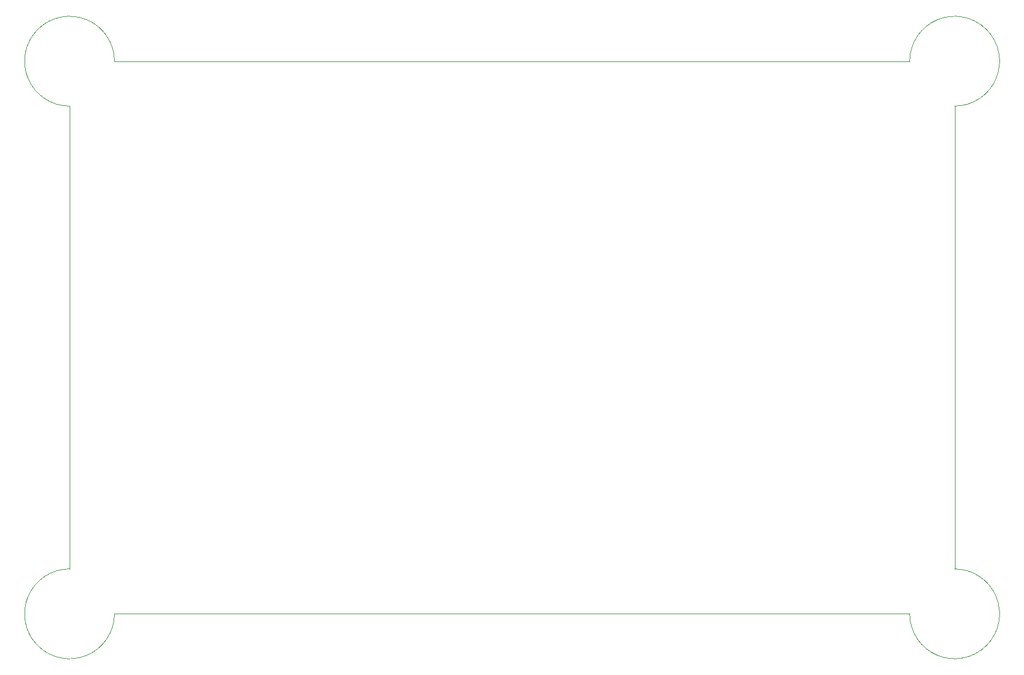
<source format=gbr>
%TF.GenerationSoftware,KiCad,Pcbnew,8.0.1-8.0.1-1~ubuntu22.04.1*%
%TF.CreationDate,2024-05-13T22:21:20+02:00*%
%TF.ProjectId,elec,656c6563-2e6b-4696-9361-645f70636258,v1*%
%TF.SameCoordinates,Original*%
%TF.FileFunction,Profile,NP*%
%FSLAX46Y46*%
G04 Gerber Fmt 4.6, Leading zero omitted, Abs format (unit mm)*
G04 Created by KiCad (PCBNEW 8.0.1-8.0.1-1~ubuntu22.04.1) date 2024-05-13 22:21:20*
%MOMM*%
%LPD*%
G01*
G04 APERTURE LIST*
%TA.AperFunction,Profile*%
%ADD10C,0.050000*%
%TD*%
G04 APERTURE END LIST*
D10*
X151000000Y-28500000D02*
X151000000Y-95500000D01*
X144500000Y-102000000D02*
X29500000Y-102000000D01*
X23000000Y-28500000D02*
G75*
G02*
X29500000Y-22000000I0J6500000D01*
G01*
X29500000Y-102000000D02*
G75*
G02*
X23000000Y-95500000I-6500000J0D01*
G01*
X151000000Y-95500000D02*
G75*
G02*
X144500000Y-102000000I0J-6500000D01*
G01*
X144500000Y-22000000D02*
G75*
G02*
X151000000Y-28500000I6500000J0D01*
G01*
X23000000Y-95500000D02*
X23000000Y-28500000D01*
X29500000Y-22000000D02*
X144500000Y-22000000D01*
M02*

</source>
